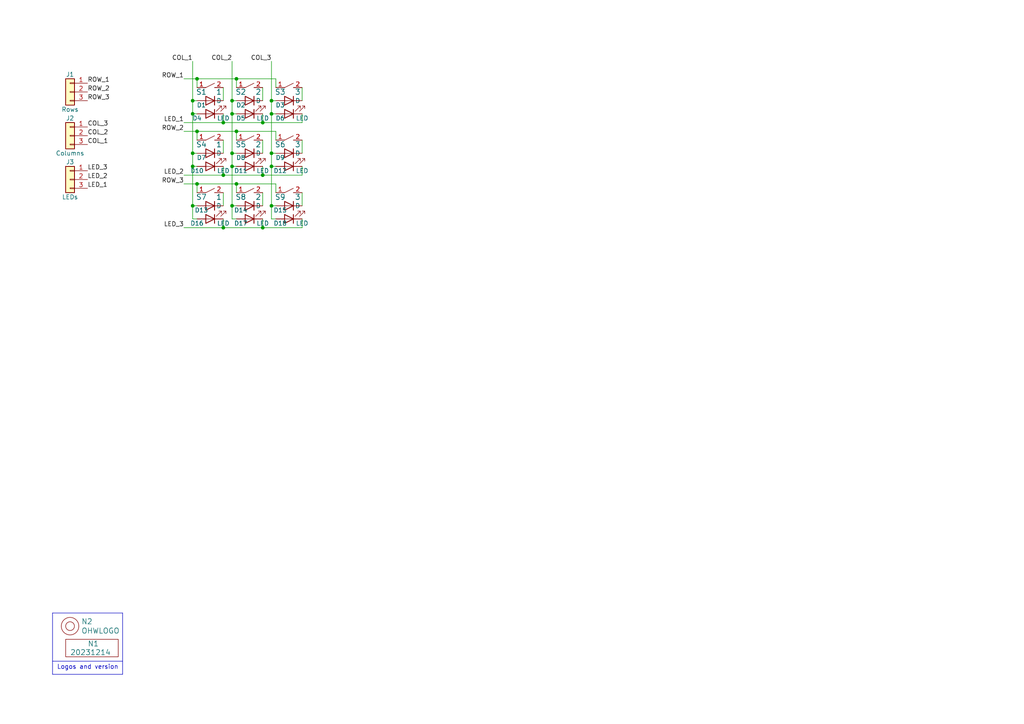
<source format=kicad_sch>
(kicad_sch (version 20230121) (generator eeschema)
  (paper "A4")
  (lib_symbols
    (symbol "Connector_Generic:Conn_01x03" (pin_names (offset 1.016) hide)
      (property "Reference" "J" (at 0 5.08 0))
      (property "Value" "Conn_01x03" (at 0 -5.08 0))
      (symbol "Conn_01x03_1_1"
        (rectangle (start -1.27 -2.413) (end 0 -2.667) (stroke (width 0.1524)))
        (rectangle (start -1.27 0.127) (end 0 -0.127) (stroke (width 0.1524)))
        (rectangle (start -1.27 2.667) (end 0 2.413) (stroke (width 0.1524)))
        (rectangle (start -1.27 3.81) (end 1.27 -3.81) (stroke (width 0.254)) (fill (type background)))
        (pin passive line (at -5.08 2.54 0) (length 3.81) (name "Pin_1") (number "1"))
        (pin passive line (at -5.08 0 0) (length 3.81) (name "Pin_2") (number "2"))
        (pin passive line (at -5.08 -2.54 0) (length 3.81) (name "Pin_3") (number "3"))
      )
    )
    (symbol "Device:D" (pin_numbers hide) (pin_names (offset 1.016) hide)
      (property "Reference" "D" (at 0 2.54 0))
      (property "Value" "D" (at 0 -2.54 0))
      (symbol "D_0_1"
        (polyline (pts (xy -1.27 1.27) (xy -1.27 -1.27)) (stroke (width 0.254)))
        (polyline (pts (xy 1.27 0) (xy -1.27 0)))
        (polyline (pts (xy 1.27 1.27) (xy 1.27 -1.27) (xy -1.27 0) (xy 1.27 1.27)) (stroke (width 0.254)))
      )
      (symbol "D_1_1"
        (pin passive line (at -3.81 0 0) (length 2.54) (name "K") (number "1"))
        (pin passive line (at 3.81 0 180) (length 2.54) (name "A") (number "2"))
      )
    )
    (symbol "Device:LED" (pin_numbers hide) (pin_names (offset 1.016) hide)
      (property "Reference" "D" (at 0 2.54 0))
      (property "Value" "LED" (at 0 -2.54 0))
      (symbol "LED_0_1"
        (polyline (pts (xy -1.27 -1.27) (xy -1.27 1.27)) (stroke (width 0.254)))
        (polyline (pts (xy -1.27 0) (xy 1.27 0)))
        (polyline (pts (xy 1.27 -1.27) (xy 1.27 1.27) (xy -1.27 0) (xy 1.27 -1.27)) (stroke (width 0.254)))
        (polyline (pts (xy -3.048 -0.762) (xy -4.572 -2.286) (xy -3.81 -2.286) (xy -4.572 -2.286) (xy -4.572 -1.524)))
        (polyline (pts (xy -1.778 -0.762) (xy -3.302 -2.286) (xy -2.54 -2.286) (xy -3.302 -2.286) (xy -3.302 -1.524)))
      )
      (symbol "LED_1_1"
        (pin passive line (at -3.81 0 0) (length 2.54) (name "K") (number "1"))
        (pin passive line (at 3.81 0 180) (length 2.54) (name "A") (number "2"))
      )
    )
    (symbol "SquantorLabels:OHWLOGO" (pin_names (offset 1.016))
      (property "Reference" "N" (at 0 3.81 0))
      (property "Value" "OHWLOGO" (at 0 -3.81 0))
      (symbol "OHWLOGO_0_1"
        (circle (center 0 0) (radius 1.27))
        (circle (center 0 0) (radius 2.54))
      )
    )
    (symbol "SquantorLabels:VYYYYMMDD" (pin_names (offset 1.016))
      (property "Reference" "N" (at 0 2.54 0))
      (property "Value" "VYYYYMMDD" (at 0 0 0))
      (symbol "VYYYYMMDD_0_1"
        (rectangle (start 7.62 -1.27) (end -7.62 3.81))
      )
    )
    (symbol "SquantorSwitches:2pin_tact_switch" (pin_names (offset 1.016))
      (property "Reference" "S" (at 0 2.54 0))
      (property "Value" "2pin_tact_switch" (at 0 -2.54 0))
      (symbol "2pin_tact_switch_0_1"
        (polyline (pts (xy 1.27 1.27) (xy -1.27 0)))
      )
      (symbol "2pin_tact_switch_1_1"
        (pin passive line (at -3.81 0 0) (length 2.54) (name "~") (number "1"))
        (pin passive line (at 3.81 0 180) (length 2.54) (name "~") (number "2"))
      )
    )
  )
  (junction (at 67.31 59.69))
  (junction (at 55.88 29.21))
  (junction (at 67.31 44.45))
  (junction (at 76.2 35.56))
  (junction (at 57.15 53.34))
  (junction (at 76.2 66.04))
  (junction (at 67.31 29.21))
  (junction (at 68.58 53.34))
  (junction (at 57.15 22.86))
  (junction (at 55.88 33.02))
  (junction (at 68.58 22.86))
  (junction (at 68.58 38.1))
  (junction (at 64.77 35.56))
  (junction (at 55.88 44.45))
  (junction (at 64.77 66.04))
  (junction (at 76.2 50.8))
  (junction (at 78.74 44.45))
  (junction (at 78.74 59.69))
  (junction (at 55.88 59.69))
  (junction (at 64.77 50.8))
  (junction (at 67.31 33.02))
  (junction (at 78.74 29.21))
  (junction (at 55.88 48.26))
  (junction (at 67.31 48.26))
  (junction (at 57.15 38.1))
  (junction (at 78.74 33.02))
  (junction (at 78.74 48.26))
  (wire (pts (xy 53.34 38.1) (xy 57.15 38.1)))
  (wire (pts (xy 67.31 44.45) (xy 68.58 44.45)))
  (wire (pts (xy 76.2 40.64) (xy 76.2 44.45)))
  (wire (pts (xy 67.31 29.21) (xy 68.58 29.21)))
  (wire (pts (xy 55.88 59.69) (xy 55.88 63.5)))
  (wire (pts (xy 57.15 53.34) (xy 57.15 55.88)))
  (wire (pts (xy 55.88 44.45) (xy 55.88 48.26)))
  (wire (pts (xy 68.58 38.1) (xy 80.01 38.1)))
  (wire (pts (xy 53.34 66.04) (xy 64.77 66.04)))
  (wire (pts (xy 78.74 17.78) (xy 78.74 29.21)))
  (polyline (pts (xy 15.24 177.8) (xy 15.24 195.58)))
  (wire (pts (xy 76.2 25.4) (xy 76.2 29.21)))
  (polyline (pts (xy 35.56 177.8) (xy 15.24 177.8)))
  (wire (pts (xy 53.34 53.34) (xy 57.15 53.34)))
  (wire (pts (xy 67.31 59.69) (xy 67.31 63.5)))
  (wire (pts (xy 67.31 59.69) (xy 68.58 59.69)))
  (wire (pts (xy 80.01 38.1) (xy 80.01 40.64)))
  (wire (pts (xy 68.58 22.86) (xy 80.01 22.86)))
  (wire (pts (xy 67.31 17.78) (xy 67.31 29.21)))
  (wire (pts (xy 76.2 50.8) (xy 76.2 48.26)))
  (wire (pts (xy 78.74 48.26) (xy 80.01 48.26)))
  (wire (pts (xy 64.77 25.4) (xy 64.77 29.21)))
  (wire (pts (xy 64.77 50.8) (xy 64.77 48.26)))
  (wire (pts (xy 55.88 48.26) (xy 55.88 59.69)))
  (wire (pts (xy 78.74 59.69) (xy 80.01 59.69)))
  (wire (pts (xy 55.88 33.02) (xy 55.88 44.45)))
  (wire (pts (xy 68.58 22.86) (xy 68.58 25.4)))
  (wire (pts (xy 76.2 35.56) (xy 87.63 35.56)))
  (wire (pts (xy 78.74 33.02) (xy 78.74 44.45)))
  (wire (pts (xy 64.77 50.8) (xy 76.2 50.8)))
  (wire (pts (xy 68.58 38.1) (xy 68.58 40.64)))
  (wire (pts (xy 78.74 59.69) (xy 78.74 63.5)))
  (wire (pts (xy 67.31 48.26) (xy 67.31 59.69)))
  (wire (pts (xy 87.63 66.04) (xy 87.63 63.5)))
  (wire (pts (xy 87.63 35.56) (xy 87.63 33.02)))
  (wire (pts (xy 55.88 33.02) (xy 57.15 33.02)))
  (wire (pts (xy 57.15 22.86) (xy 68.58 22.86)))
  (wire (pts (xy 57.15 38.1) (xy 68.58 38.1)))
  (wire (pts (xy 87.63 40.64) (xy 87.63 44.45)))
  (wire (pts (xy 57.15 22.86) (xy 57.15 25.4)))
  (wire (pts (xy 67.31 44.45) (xy 67.31 48.26)))
  (wire (pts (xy 78.74 63.5) (xy 80.01 63.5)))
  (wire (pts (xy 67.31 33.02) (xy 67.31 44.45)))
  (wire (pts (xy 57.15 38.1) (xy 57.15 40.64)))
  (wire (pts (xy 53.34 22.86) (xy 57.15 22.86)))
  (wire (pts (xy 67.31 29.21) (xy 67.31 33.02)))
  (wire (pts (xy 55.88 44.45) (xy 57.15 44.45)))
  (wire (pts (xy 55.88 17.78) (xy 55.88 29.21)))
  (wire (pts (xy 55.88 59.69) (xy 57.15 59.69)))
  (wire (pts (xy 55.88 29.21) (xy 55.88 33.02)))
  (wire (pts (xy 78.74 44.45) (xy 78.74 48.26)))
  (wire (pts (xy 78.74 29.21) (xy 80.01 29.21)))
  (wire (pts (xy 80.01 22.86) (xy 80.01 25.4)))
  (wire (pts (xy 80.01 53.34) (xy 80.01 55.88)))
  (wire (pts (xy 53.34 35.56) (xy 64.77 35.56)))
  (wire (pts (xy 76.2 50.8) (xy 87.63 50.8)))
  (wire (pts (xy 87.63 55.88) (xy 87.63 59.69)))
  (wire (pts (xy 76.2 55.88) (xy 76.2 59.69)))
  (wire (pts (xy 87.63 50.8) (xy 87.63 48.26)))
  (polyline (pts (xy 35.56 195.58) (xy 35.56 177.8)))
  (wire (pts (xy 78.74 29.21) (xy 78.74 33.02)))
  (polyline (pts (xy 15.24 195.58) (xy 35.56 195.58)))
  (wire (pts (xy 53.34 50.8) (xy 64.77 50.8)))
  (wire (pts (xy 78.74 48.26) (xy 78.74 59.69)))
  (wire (pts (xy 68.58 53.34) (xy 80.01 53.34)))
  (wire (pts (xy 64.77 35.56) (xy 64.77 33.02)))
  (wire (pts (xy 78.74 33.02) (xy 80.01 33.02)))
  (wire (pts (xy 64.77 66.04) (xy 76.2 66.04)))
  (wire (pts (xy 55.88 48.26) (xy 57.15 48.26)))
  (wire (pts (xy 64.77 55.88) (xy 64.77 59.69)))
  (wire (pts (xy 68.58 53.34) (xy 68.58 55.88)))
  (wire (pts (xy 76.2 35.56) (xy 76.2 33.02)))
  (wire (pts (xy 78.74 44.45) (xy 80.01 44.45)))
  (wire (pts (xy 64.77 40.64) (xy 64.77 44.45)))
  (wire (pts (xy 87.63 25.4) (xy 87.63 29.21)))
  (wire (pts (xy 57.15 53.34) (xy 68.58 53.34)))
  (wire (pts (xy 76.2 66.04) (xy 87.63 66.04)))
  (wire (pts (xy 76.2 66.04) (xy 76.2 63.5)))
  (wire (pts (xy 55.88 63.5) (xy 57.15 63.5)))
  (wire (pts (xy 55.88 29.21) (xy 57.15 29.21)))
  (wire (pts (xy 67.31 33.02) (xy 68.58 33.02)))
  (polyline (pts (xy 15.24 191.77) (xy 35.56 191.77)))
  (wire (pts (xy 67.31 48.26) (xy 68.58 48.26)))
  (wire (pts (xy 67.31 63.5) (xy 68.58 63.5)))
  (wire (pts (xy 64.77 35.56) (xy 76.2 35.56)))
  (wire (pts (xy 64.77 66.04) (xy 64.77 63.5)))
  (text "Logos and version" (at 16.51 194.31 0) (effects (font (size 1.27 1.27)) (justify left bottom)))
  (label "LED_1" (at 53.34 35.56 180))
  (label "COL_3" (at 25.4 36.83 0))
  (label "ROW_1" (at 53.34 22.86 180))
  (label "LED_2" (at 53.34 50.8 180))
  (label "ROW_3" (at 25.4 29.21 0))
  (label "COL_3" (at 78.74 17.78 180))
  (label "COL_2" (at 25.4 39.37 0))
  (label "ROW_2" (at 25.4 26.67 0))
  (label "COL_2" (at 67.31 17.78 180))
  (label "COL_1" (at 55.88 17.78 180))
  (label "ROW_3" (at 53.34 53.34 180))
  (label "LED_3" (at 25.4 49.53 0))
  (label "ROW_2" (at 53.34 38.1 180))
  (label "LED_2" (at 25.4 52.07 0))
  (label "LED_3" (at 53.34 66.04 180))
  (label "LED_1" (at 25.4 54.61 0))
  (label "ROW_1" (at 25.4 24.13 0))
  (label "COL_1" (at 25.4 41.91 0))
  (symbol (lib_id "SquantorLabels:VYYYYMMDD") (at 26.67 189.23 0) (unit 1)
    (property "Reference" "N1" (at 25.4 186.69 0) (effects (font (size 1.524 1.524)) (justify left)))
    (property "Value" "20231214" (at 20.32 189.23 0) (effects (font (size 1.524 1.524)) (justify left)))
    (property "Footprint" "SquantorLabels:Label_Generic" (effects hide))
  )
  (symbol (lib_id "SquantorLabels:OHWLOGO") (at 20.32 181.61 0) (unit 1)
    (property "Reference" "N2" (at 23.5712 180.2638 0) (effects (font (size 1.524 1.524)) (justify left)))
    (property "Value" "OHWLOGO" (at 23.5712 182.9562 0) (effects (font (size 1.524 1.524)) (justify left)))
    (property "Footprint" "Symbol:OSHW-Symbol_6.7x6mm_SilkScreen" (effects hide))
  )
  (symbol (lib_id "Device:D") (at 60.96 29.21 180) (unit 1)
    (property "Reference" "D1" (at 58.42 30.48 0))
    (property "Value" "D" (at 63.5 29.21 0))
    (property "Footprint" "SquantorDiodes:SOD-123-hand" (effects hide))
    (property "Sim.Device" "D" (effects hide))
    (property "Sim.Pins" "1=K 2=A" (effects hide))
  )
  (symbol (lib_id "Device:LED") (at 83.82 33.02 180) (unit 1)
    (property "Reference" "D6" (at 81.28 34.29 0))
    (property "Value" "LED" (at 87.63 34.29 0))
    (property "Footprint" "SquantorDiodes:LED_1208_0603" (effects hide))
  )
  (symbol (lib_id "SquantorSwitches:2pin_tact_switch") (at 83.82 25.4 0) (unit 1)
    (property "Reference" "S3" (at 81.28 26.67 0) (effects (font (size 1.524 1.524))))
    (property "Value" "3" (at 86.36 26.67 0) (effects (font (size 1.524 1.524))))
    (property "Footprint" "SquantorKailh:SW_Kailh_NB_1.00u" (effects hide))
  )
  (symbol (lib_id "Device:LED") (at 72.39 63.5 180) (unit 1)
    (property "Reference" "D17" (at 69.85 64.77 0))
    (property "Value" "LED" (at 76.2 64.77 0))
    (property "Footprint" "SquantorDiodes:LED_1208_0603" (effects hide))
  )
  (symbol (lib_id "Device:D") (at 72.39 59.69 180) (unit 1)
    (property "Reference" "D14" (at 69.85 60.96 0))
    (property "Value" "D" (at 74.93 59.69 0))
    (property "Footprint" "SquantorDiodes:SOD-123-hand" (effects hide))
    (property "Sim.Device" "D" (effects hide))
    (property "Sim.Pins" "1=K 2=A" (effects hide))
  )
  (symbol (lib_id "Device:LED") (at 83.82 63.5 180) (unit 1)
    (property "Reference" "D18" (at 81.28 64.77 0))
    (property "Value" "LED" (at 87.63 64.77 0))
    (property "Footprint" "SquantorDiodes:LED_1208_0603" (effects hide))
  )
  (symbol (lib_id "Connector_Generic:Conn_01x03") (at 20.32 39.37 0) (mirror y) (unit 1)
    (property "Reference" "J2" (at 20.32 34.29 0))
    (property "Value" "Columns" (at 20.32 44.45 0))
    (property "Footprint" "Connector_JST:JST_PH_S3B-PH-K_1x03_P2.00mm_Horizontal" (effects hide))
  )
  (symbol (lib_id "Device:LED") (at 60.96 63.5 180) (unit 1)
    (property "Reference" "D16" (at 57.15 64.77 0))
    (property "Value" "LED" (at 64.77 64.77 0))
    (property "Footprint" "SquantorDiodes:LED_1208_0603" (effects hide))
  )
  (symbol (lib_id "SquantorSwitches:2pin_tact_switch") (at 72.39 25.4 0) (unit 1)
    (property "Reference" "S2" (at 69.85 26.67 0) (effects (font (size 1.524 1.524))))
    (property "Value" "2" (at 74.93 26.67 0) (effects (font (size 1.524 1.524))))
    (property "Footprint" "SquantorKailh:SW_Kailh_NB_1.00u" (effects hide))
  )
  (symbol (lib_id "Device:LED") (at 72.39 33.02 180) (unit 1)
    (property "Reference" "D5" (at 69.85 34.29 0))
    (property "Value" "LED" (at 76.2 34.29 0))
    (property "Footprint" "SquantorDiodes:LED_1208_0603" (effects hide))
  )
  (symbol (lib_id "Connector_Generic:Conn_01x03") (at 20.32 26.67 0) (mirror y) (unit 1)
    (property "Reference" "J1" (at 20.32 21.59 0))
    (property "Value" "Rows" (at 20.32 31.75 0))
    (property "Footprint" "Connector_JST:JST_PH_S3B-PH-K_1x03_P2.00mm_Horizontal" (effects hide))
  )
  (symbol (lib_id "Device:D") (at 60.96 59.69 180) (unit 1)
    (property "Reference" "D13" (at 58.42 60.96 0))
    (property "Value" "D" (at 63.5 59.69 0))
    (property "Footprint" "SquantorDiodes:SOD-123-hand" (effects hide))
    (property "Sim.Device" "D" (effects hide))
    (property "Sim.Pins" "1=K 2=A" (effects hide))
  )
  (symbol (lib_id "Device:LED") (at 60.96 33.02 180) (unit 1)
    (property "Reference" "D4" (at 57.15 34.29 0))
    (property "Value" "LED" (at 64.77 34.29 0))
    (property "Footprint" "SquantorDiodes:LED_1208_0603" (effects hide))
  )
  (symbol (lib_id "SquantorSwitches:2pin_tact_switch") (at 83.82 40.64 0) (unit 1)
    (property "Reference" "S6" (at 81.28 41.91 0) (effects (font (size 1.524 1.524))))
    (property "Value" "3" (at 86.36 41.91 0) (effects (font (size 1.524 1.524))))
    (property "Footprint" "SquantorKailh:SW_Kailh_NB_1.00u" (effects hide))
  )
  (symbol (lib_id "SquantorSwitches:2pin_tact_switch") (at 72.39 40.64 0) (unit 1)
    (property "Reference" "S5" (at 69.85 41.91 0) (effects (font (size 1.524 1.524))))
    (property "Value" "2" (at 74.93 41.91 0) (effects (font (size 1.524 1.524))))
    (property "Footprint" "SquantorKailh:SW_Kailh_NB_1.00u" (effects hide))
  )
  (symbol (lib_id "SquantorSwitches:2pin_tact_switch") (at 60.96 55.88 0) (unit 1)
    (property "Reference" "S7" (at 58.42 57.15 0) (effects (font (size 1.524 1.524))))
    (property "Value" "1" (at 63.5 57.15 0) (effects (font (size 1.524 1.524))))
    (property "Footprint" "SquantorKailh:SW_Kailh_NB_1.00u" (effects hide))
  )
  (symbol (lib_id "Device:D") (at 83.82 44.45 180) (unit 1)
    (property "Reference" "D9" (at 81.28 45.72 0))
    (property "Value" "D" (at 86.36 44.45 0))
    (property "Footprint" "SquantorDiodes:SOD-123-hand" (effects hide))
    (property "Sim.Device" "D" (effects hide))
    (property "Sim.Pins" "1=K 2=A" (effects hide))
  )
  (symbol (lib_id "SquantorSwitches:2pin_tact_switch") (at 83.82 55.88 0) (unit 1)
    (property "Reference" "S9" (at 81.28 57.15 0) (effects (font (size 1.524 1.524))))
    (property "Value" "3" (at 86.36 57.15 0) (effects (font (size 1.524 1.524))))
    (property "Footprint" "SquantorKailh:SW_Kailh_NB_1.00u" (effects hide))
  )
  (symbol (lib_id "Device:D") (at 83.82 29.21 180) (unit 1)
    (property "Reference" "D3" (at 81.28 30.48 0))
    (property "Value" "D" (at 86.36 29.21 0))
    (property "Footprint" "SquantorDiodes:SOD-123-hand" (effects hide))
    (property "Sim.Device" "D" (effects hide))
    (property "Sim.Pins" "1=K 2=A" (effects hide))
  )
  (symbol (lib_id "Device:D") (at 60.96 44.45 180) (unit 1)
    (property "Reference" "D7" (at 58.42 45.72 0))
    (property "Value" "D" (at 63.5 44.45 0))
    (property "Footprint" "SquantorDiodes:SOD-123-hand" (effects hide))
    (property "Sim.Device" "D" (effects hide))
    (property "Sim.Pins" "1=K 2=A" (effects hide))
  )
  (symbol (lib_id "SquantorSwitches:2pin_tact_switch") (at 60.96 40.64 0) (unit 1)
    (property "Reference" "S4" (at 58.42 41.91 0) (effects (font (size 1.524 1.524))))
    (property "Value" "1" (at 63.5 41.91 0) (effects (font (size 1.524 1.524))))
    (property "Footprint" "SquantorKailh:SW_Kailh_NB_1.00u" (effects hide))
  )
  (symbol (lib_id "Connector_Generic:Conn_01x03") (at 20.32 52.07 0) (mirror y) (unit 1)
    (property "Reference" "J3" (at 20.32 46.99 0))
    (property "Value" "LEDs" (at 20.32 57.15 0))
    (property "Footprint" "Connector_JST:JST_PH_S3B-PH-K_1x03_P2.00mm_Horizontal" (effects hide))
  )
  (symbol (lib_id "Device:LED") (at 72.39 48.26 180) (unit 1)
    (property "Reference" "D11" (at 69.85 49.53 0))
    (property "Value" "LED" (at 76.2 49.53 0))
    (property "Footprint" "SquantorDiodes:LED_1208_0603" (effects hide))
  )
  (symbol (lib_id "SquantorSwitches:2pin_tact_switch") (at 60.96 25.4 0) (unit 1)
    (property "Reference" "S1" (at 58.42 26.67 0) (effects (font (size 1.524 1.524))))
    (property "Value" "1" (at 63.5 26.67 0) (effects (font (size 1.524 1.524))))
    (property "Footprint" "SquantorKailh:SW_Kailh_NB_1.00u" (effects hide))
  )
  (symbol (lib_id "Device:LED") (at 60.96 48.26 180) (unit 1)
    (property "Reference" "D10" (at 57.15 49.53 0))
    (property "Value" "LED" (at 64.77 49.53 0))
    (property "Footprint" "SquantorDiodes:LED_1208_0603" (effects hide))
  )
  (symbol (lib_id "Device:LED") (at 83.82 48.26 180) (unit 1)
    (property "Reference" "D12" (at 81.28 49.53 0))
    (property "Value" "LED" (at 87.63 49.53 0))
    (property "Footprint" "SquantorDiodes:LED_1208_0603" (effects hide))
  )
  (symbol (lib_id "SquantorSwitches:2pin_tact_switch") (at 72.39 55.88 0) (unit 1)
    (property "Reference" "S8" (at 69.85 57.15 0) (effects (font (size 1.524 1.524))))
    (property "Value" "2" (at 74.93 57.15 0) (effects (font (size 1.524 1.524))))
    (property "Footprint" "SquantorKailh:SW_Kailh_NB_1.00u" (effects hide))
  )
  (symbol (lib_id "Device:D") (at 83.82 59.69 180) (unit 1)
    (property "Reference" "D15" (at 81.28 60.96 0))
    (property "Value" "D" (at 86.36 59.69 0))
    (property "Footprint" "SquantorDiodes:SOD-123-hand" (effects hide))
    (property "Sim.Device" "D" (effects hide))
    (property "Sim.Pins" "1=K 2=A" (effects hide))
  )
  (symbol (lib_id "Device:D") (at 72.39 29.21 180) (unit 1)
    (property "Reference" "D2" (at 69.85 30.48 0))
    (property "Value" "D" (at 74.93 29.21 0))
    (property "Footprint" "SquantorDiodes:SOD-123-hand" (effects hide))
    (property "Sim.Device" "D" (effects hide))
    (property "Sim.Pins" "1=K 2=A" (effects hide))
  )
  (symbol (lib_id "Device:D") (at 72.39 44.45 180) (unit 1)
    (property "Reference" "D8" (at 69.85 45.72 0))
    (property "Value" "D" (at 74.93 44.45 0))
    (property "Footprint" "SquantorDiodes:SOD-123-hand" (effects hide))
    (property "Sim.Device" "D" (effects hide))
    (property "Sim.Pins" "1=K 2=A" (effects hide))
  )
)
</source>
